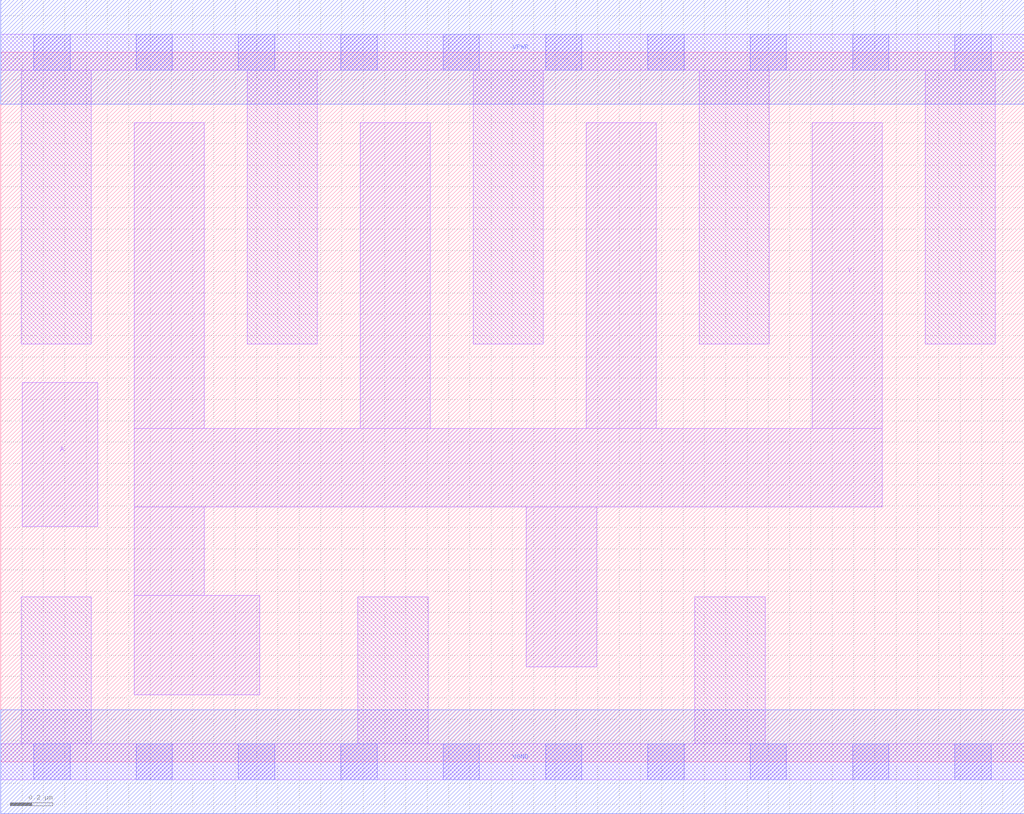
<source format=lef>
# Copyright 2020 The SkyWater PDK Authors
#
# Licensed under the Apache License, Version 2.0 (the "License");
# you may not use this file except in compliance with the License.
# You may obtain a copy of the License at
#
#     https://www.apache.org/licenses/LICENSE-2.0
#
# Unless required by applicable law or agreed to in writing, software
# distributed under the License is distributed on an "AS IS" BASIS,
# WITHOUT WARRANTIES OR CONDITIONS OF ANY KIND, either express or implied.
# See the License for the specific language governing permissions and
# limitations under the License.
#
# SPDX-License-Identifier: Apache-2.0

VERSION 5.7 ;
  NAMESCASESENSITIVE ON ;
  NOWIREEXTENSIONATPIN ON ;
  DIVIDERCHAR "/" ;
  BUSBITCHARS "[]" ;
UNITS
  DATABASE MICRONS 200 ;
END UNITS
MACRO sky130_fd_sc_lp__clkinvlp_8
  CLASS CORE ;
  SOURCE USER ;
  FOREIGN sky130_fd_sc_lp__clkinvlp_8 ;
  ORIGIN  0.000000  0.000000 ;
  SIZE  4.800000 BY  3.330000 ;
  SYMMETRY X Y R90 ;
  SITE unit ;
  PIN A
    ANTENNAGATEAREA  2.660000 ;
    DIRECTION INPUT ;
    USE SIGNAL ;
    PORT
      LAYER li1 ;
        RECT 0.100000 1.105000 0.455000 1.780000 ;
    END
  END A
  PIN Y
    ANTENNADIFFAREA  1.428000 ;
    DIRECTION OUTPUT ;
    USE SIGNAL ;
    PORT
      LAYER li1 ;
        RECT 0.625000 0.315000 1.215000 0.780000 ;
        RECT 0.625000 0.780000 0.955000 1.195000 ;
        RECT 0.625000 1.195000 4.135000 1.565000 ;
        RECT 0.625000 1.565000 0.955000 3.000000 ;
        RECT 1.685000 1.565000 2.015000 3.000000 ;
        RECT 2.465000 0.445000 2.795000 1.195000 ;
        RECT 2.745000 1.565000 3.075000 3.000000 ;
        RECT 3.805000 1.565000 4.135000 3.000000 ;
    END
  END Y
  PIN VGND
    DIRECTION INOUT ;
    USE GROUND ;
    PORT
      LAYER met1 ;
        RECT 0.000000 -0.245000 4.800000 0.245000 ;
    END
  END VGND
  PIN VPWR
    DIRECTION INOUT ;
    USE POWER ;
    PORT
      LAYER met1 ;
        RECT 0.000000 3.085000 4.800000 3.575000 ;
    END
  END VPWR
  OBS
    LAYER li1 ;
      RECT 0.000000 -0.085000 4.800000 0.085000 ;
      RECT 0.000000  3.245000 4.800000 3.415000 ;
      RECT 0.095000  0.085000 0.425000 0.775000 ;
      RECT 0.095000  1.960000 0.425000 3.245000 ;
      RECT 1.155000  1.960000 1.485000 3.245000 ;
      RECT 1.675000  0.085000 2.005000 0.775000 ;
      RECT 2.215000  1.960000 2.545000 3.245000 ;
      RECT 3.255000  0.085000 3.585000 0.775000 ;
      RECT 3.275000  1.960000 3.605000 3.245000 ;
      RECT 4.335000  1.960000 4.665000 3.245000 ;
    LAYER mcon ;
      RECT 0.155000 -0.085000 0.325000 0.085000 ;
      RECT 0.155000  3.245000 0.325000 3.415000 ;
      RECT 0.635000 -0.085000 0.805000 0.085000 ;
      RECT 0.635000  3.245000 0.805000 3.415000 ;
      RECT 1.115000 -0.085000 1.285000 0.085000 ;
      RECT 1.115000  3.245000 1.285000 3.415000 ;
      RECT 1.595000 -0.085000 1.765000 0.085000 ;
      RECT 1.595000  3.245000 1.765000 3.415000 ;
      RECT 2.075000 -0.085000 2.245000 0.085000 ;
      RECT 2.075000  3.245000 2.245000 3.415000 ;
      RECT 2.555000 -0.085000 2.725000 0.085000 ;
      RECT 2.555000  3.245000 2.725000 3.415000 ;
      RECT 3.035000 -0.085000 3.205000 0.085000 ;
      RECT 3.035000  3.245000 3.205000 3.415000 ;
      RECT 3.515000 -0.085000 3.685000 0.085000 ;
      RECT 3.515000  3.245000 3.685000 3.415000 ;
      RECT 3.995000 -0.085000 4.165000 0.085000 ;
      RECT 3.995000  3.245000 4.165000 3.415000 ;
      RECT 4.475000 -0.085000 4.645000 0.085000 ;
      RECT 4.475000  3.245000 4.645000 3.415000 ;
  END
END sky130_fd_sc_lp__clkinvlp_8

</source>
